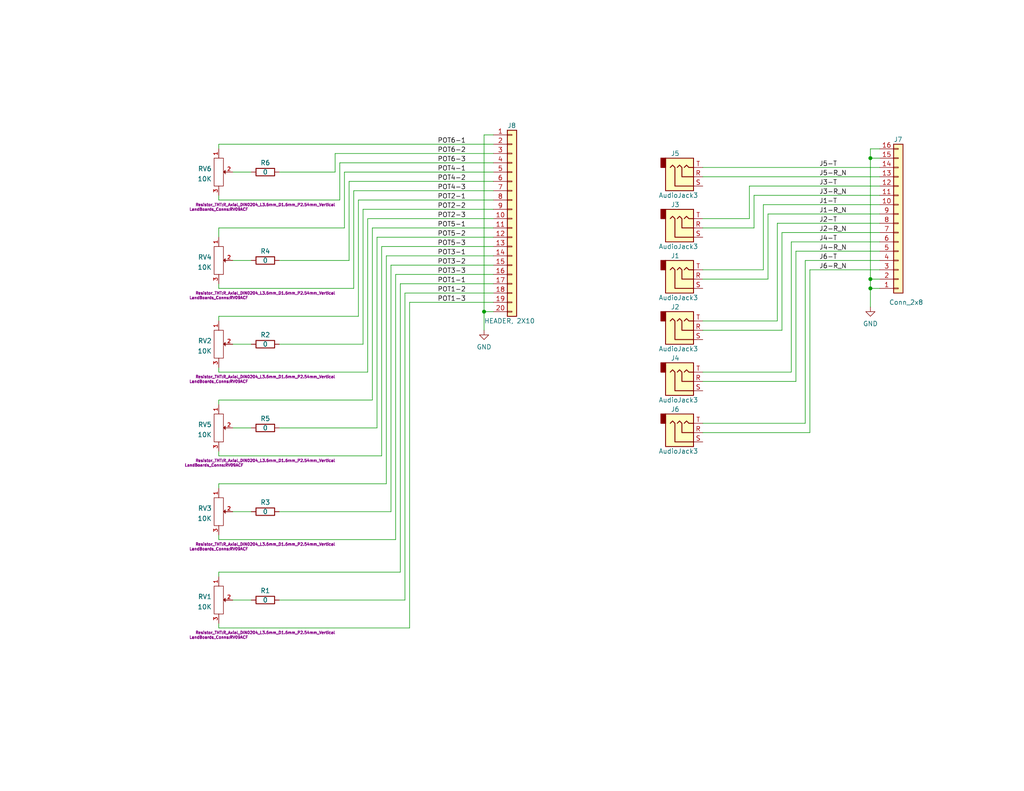
<source format=kicad_sch>
(kicad_sch (version 20211123) (generator eeschema)
  (paper "A")
  (title_block (title "6 POTS, 6 JACKS") (date "2022-10-28") (rev "1") (comment 1 "GENERIC EURORACK PANEL") (comment 2 "https://note.com/solder_state/n/nffc1a33053be"))
  (lib_symbols
    (symbol "Connector:AudioJack3"
      (property "Reference" "J" (at 0 8.89 0))
      (property "Value" "AudioJack3" (at 0 6.35 0))
      (symbol "AudioJack3_0_1"
        (rectangle (start -5.08 -5.08) (end -6.35 -2.54) (stroke (width 0.254)) (fill (type outline)))
        (polyline (pts (xy 0 -2.54) (xy 0.635 -3.175) (xy 1.27 -2.54) (xy 2.54 -2.54)) (stroke (width 0.254)))
        (polyline (pts (xy -1.905 -2.54) (xy -1.27 -3.175) (xy -0.635 -2.54) (xy -0.635 0) (xy 2.54 0)) (stroke (width 0.254)))
        (polyline (pts (xy 2.54 2.54) (xy -2.54 2.54) (xy -2.54 -2.54) (xy -3.175 -3.175) (xy -3.81 -2.54)) (stroke (width 0.254)))
        (rectangle (start 2.54 3.81) (end -5.08 -5.08) (stroke (width 0.254)) (fill (type background)))
      )
      (symbol "AudioJack3_1_1"
        (pin passive line (at 5.08 0 180) (length 2.54) (name "~") (number "R"))
        (pin passive line (at 5.08 2.54 180) (length 2.54) (name "~") (number "S"))
        (pin passive line (at 5.08 -2.54 180) (length 2.54) (name "~") (number "T"))
      )
    )
    (symbol "Connector_Generic:Conn_01x16" (pin_names (offset 1.016) hide)
      (property "Reference" "J" (at 0 20.32 0))
      (property "Value" "Conn_01x16" (at 0 -22.86 0))
      (symbol "Conn_01x16_1_1"
        (rectangle (start -1.27 -20.193) (end 0 -20.447) (stroke (width 0.1524)))
        (rectangle (start -1.27 -17.653) (end 0 -17.907) (stroke (width 0.1524)))
        (rectangle (start -1.27 -15.113) (end 0 -15.367) (stroke (width 0.1524)))
        (rectangle (start -1.27 -12.573) (end 0 -12.827) (stroke (width 0.1524)))
        (rectangle (start -1.27 -10.033) (end 0 -10.287) (stroke (width 0.1524)))
        (rectangle (start -1.27 -7.493) (end 0 -7.747) (stroke (width 0.1524)))
        (rectangle (start -1.27 -4.953) (end 0 -5.207) (stroke (width 0.1524)))
        (rectangle (start -1.27 -2.413) (end 0 -2.667) (stroke (width 0.1524)))
        (rectangle (start -1.27 0.127) (end 0 -0.127) (stroke (width 0.1524)))
        (rectangle (start -1.27 2.667) (end 0 2.413) (stroke (width 0.1524)))
        (rectangle (start -1.27 5.207) (end 0 4.953) (stroke (width 0.1524)))
        (rectangle (start -1.27 7.747) (end 0 7.493) (stroke (width 0.1524)))
        (rectangle (start -1.27 10.287) (end 0 10.033) (stroke (width 0.1524)))
        (rectangle (start -1.27 12.827) (end 0 12.573) (stroke (width 0.1524)))
        (rectangle (start -1.27 15.367) (end 0 15.113) (stroke (width 0.1524)))
        (rectangle (start -1.27 17.907) (end 0 17.653) (stroke (width 0.1524)))
        (rectangle (start -1.27 19.05) (end 1.27 -21.59) (stroke (width 0.254)) (fill (type background)))
        (pin passive line (at -5.08 17.78 0) (length 3.81) (name "Pin_1") (number "1"))
        (pin passive line (at -5.08 -5.08 0) (length 3.81) (name "Pin_10") (number "10"))
        (pin passive line (at -5.08 -7.62 0) (length 3.81) (name "Pin_11") (number "11"))
        (pin passive line (at -5.08 -10.16 0) (length 3.81) (name "Pin_12") (number "12"))
        (pin passive line (at -5.08 -12.7 0) (length 3.81) (name "Pin_13") (number "13"))
        (pin passive line (at -5.08 -15.24 0) (length 3.81) (name "Pin_14") (number "14"))
        (pin passive line (at -5.08 -17.78 0) (length 3.81) (name "Pin_15") (number "15"))
        (pin passive line (at -5.08 -20.32 0) (length 3.81) (name "Pin_16") (number "16"))
        (pin passive line (at -5.08 15.24 0) (length 3.81) (name "Pin_2") (number "2"))
        (pin passive line (at -5.08 12.7 0) (length 3.81) (name "Pin_3") (number "3"))
        (pin passive line (at -5.08 10.16 0) (length 3.81) (name "Pin_4") (number "4"))
        (pin passive line (at -5.08 7.62 0) (length 3.81) (name "Pin_5") (number "5"))
        (pin passive line (at -5.08 5.08 0) (length 3.81) (name "Pin_6") (number "6"))
        (pin passive line (at -5.08 2.54 0) (length 3.81) (name "Pin_7") (number "7"))
        (pin passive line (at -5.08 0 0) (length 3.81) (name "Pin_8") (number "8"))
        (pin passive line (at -5.08 -2.54 0) (length 3.81) (name "Pin_9") (number "9"))
      )
    )
    (symbol "Connector_Generic:Conn_01x20" (pin_names (offset 1.016) hide)
      (property "Reference" "J" (at 0 25.4 0))
      (property "Value" "Conn_01x20" (at 0 -27.94 0))
      (symbol "Conn_01x20_1_1"
        (rectangle (start -1.27 -25.273) (end 0 -25.527) (stroke (width 0.1524)))
        (rectangle (start -1.27 -22.733) (end 0 -22.987) (stroke (width 0.1524)))
        (rectangle (start -1.27 -20.193) (end 0 -20.447) (stroke (width 0.1524)))
        (rectangle (start -1.27 -17.653) (end 0 -17.907) (stroke (width 0.1524)))
        (rectangle (start -1.27 -15.113) (end 0 -15.367) (stroke (width 0.1524)))
        (rectangle (start -1.27 -12.573) (end 0 -12.827) (stroke (width 0.1524)))
        (rectangle (start -1.27 -10.033) (end 0 -10.287) (stroke (width 0.1524)))
        (rectangle (start -1.27 -7.493) (end 0 -7.747) (stroke (width 0.1524)))
        (rectangle (start -1.27 -4.953) (end 0 -5.207) (stroke (width 0.1524)))
        (rectangle (start -1.27 -2.413) (end 0 -2.667) (stroke (width 0.1524)))
        (rectangle (start -1.27 0.127) (end 0 -0.127) (stroke (width 0.1524)))
        (rectangle (start -1.27 2.667) (end 0 2.413) (stroke (width 0.1524)))
        (rectangle (start -1.27 5.207) (end 0 4.953) (stroke (width 0.1524)))
        (rectangle (start -1.27 7.747) (end 0 7.493) (stroke (width 0.1524)))
        (rectangle (start -1.27 10.287) (end 0 10.033) (stroke (width 0.1524)))
        (rectangle (start -1.27 12.827) (end 0 12.573) (stroke (width 0.1524)))
        (rectangle (start -1.27 15.367) (end 0 15.113) (stroke (width 0.1524)))
        (rectangle (start -1.27 17.907) (end 0 17.653) (stroke (width 0.1524)))
        (rectangle (start -1.27 20.447) (end 0 20.193) (stroke (width 0.1524)))
        (rectangle (start -1.27 22.987) (end 0 22.733) (stroke (width 0.1524)))
        (rectangle (start -1.27 24.13) (end 1.27 -26.67) (stroke (width 0.254)) (fill (type background)))
        (pin passive line (at -5.08 22.86 0) (length 3.81) (name "Pin_1") (number "1"))
        (pin passive line (at -5.08 0 0) (length 3.81) (name "Pin_10") (number "10"))
        (pin passive line (at -5.08 -2.54 0) (length 3.81) (name "Pin_11") (number "11"))
        (pin passive line (at -5.08 -5.08 0) (length 3.81) (name "Pin_12") (number "12"))
        (pin passive line (at -5.08 -7.62 0) (length 3.81) (name "Pin_13") (number "13"))
        (pin passive line (at -5.08 -10.16 0) (length 3.81) (name "Pin_14") (number "14"))
        (pin passive line (at -5.08 -12.7 0) (length 3.81) (name "Pin_15") (number "15"))
        (pin passive line (at -5.08 -15.24 0) (length 3.81) (name "Pin_16") (number "16"))
        (pin passive line (at -5.08 -17.78 0) (length 3.81) (name "Pin_17") (number "17"))
        (pin passive line (at -5.08 -20.32 0) (length 3.81) (name "Pin_18") (number "18"))
        (pin passive line (at -5.08 -22.86 0) (length 3.81) (name "Pin_19") (number "19"))
        (pin passive line (at -5.08 20.32 0) (length 3.81) (name "Pin_2") (number "2"))
        (pin passive line (at -5.08 -25.4 0) (length 3.81) (name "Pin_20") (number "20"))
        (pin passive line (at -5.08 17.78 0) (length 3.81) (name "Pin_3") (number "3"))
        (pin passive line (at -5.08 15.24 0) (length 3.81) (name "Pin_4") (number "4"))
        (pin passive line (at -5.08 12.7 0) (length 3.81) (name "Pin_5") (number "5"))
        (pin passive line (at -5.08 10.16 0) (length 3.81) (name "Pin_6") (number "6"))
        (pin passive line (at -5.08 7.62 0) (length 3.81) (name "Pin_7") (number "7"))
        (pin passive line (at -5.08 5.08 0) (length 3.81) (name "Pin_8") (number "8"))
        (pin passive line (at -5.08 2.54 0) (length 3.81) (name "Pin_9") (number "9"))
      )
    )
    (symbol "Device:R" (pin_numbers hide) (pin_names (offset 0))
      (property "Reference" "R" (at 2.032 0 90))
      (property "Value" "R" (at 0 0 90))
      (symbol "R_0_1"
        (rectangle (start -1.016 -2.54) (end 1.016 2.54) (stroke (width 0.254)))
      )
      (symbol "R_1_1"
        (pin passive line (at 0 3.81 270) (length 1.27) (name "~") (number "1"))
        (pin passive line (at 0 -3.81 90) (length 1.27) (name "~") (number "2"))
      )
    )
    (symbol "LandBoards:POT" (pin_names (offset 1.016) hide)
      (property "Reference" "RV" (at 0 -2.54 0))
      (property "Value" "POT" (at 0 0 0))
      (symbol "POT_0_1"
        (rectangle (start -3.81 1.27) (end 3.81 -1.27))
        (polyline (pts (xy 0 1.27) (xy -0.508 1.778) (xy 0.508 1.778)) (fill (type outline)))
      )
      (symbol "POT_1_1"
        (pin passive line (at -6.35 0 0) (length 2.54) (name "1") (number "1"))
        (pin passive line (at 0 3.81 270) (length 2.032) (name "2") (number "2"))
        (pin passive line (at 6.35 0 180) (length 2.54) (name "3") (number "3"))
      )
    )
    (symbol "power:GND" (power) (pin_names (offset 0))
      (property "Value" "GND" (at 0 -3.81 0))
      (symbol "GND_0_1"
        (polyline (pts (xy 0 0) (xy 0 -1.27) (xy 1.27 -1.27) (xy 0 -2.54) (xy -1.27 -1.27) (xy 0 -1.27)))
      )
      (symbol "GND_1_1"
        (pin power_in line (at 0 0 270) (length 0) hide (name "GND") (number "1"))
      )
    )
  )
  (junction (at 237.49 43.18))
  (junction (at 237.49 76.2))
  (junction (at 132.08 85.09))
  (junction (at 237.49 78.74))
  (wire (pts (xy 220.98 118.11) (xy 220.98 73.66)))
  (wire (pts (xy 107.95 147.32) (xy 107.95 74.93)))
  (wire (pts (xy 134.62 69.85) (xy 105.41 69.85)))
  (wire (pts (xy 96.52 78.74) (xy 96.52 52.07)))
  (wire (pts (xy 59.69 100.33) (xy 59.69 101.6)))
  (wire (pts (xy 134.62 62.23) (xy 101.6 62.23)))
  (wire (pts (xy 102.87 116.84) (xy 76.2 116.84)))
  (wire (pts (xy 134.62 72.39) (xy 106.68 72.39)))
  (wire (pts (xy 59.69 77.47) (xy 59.69 78.74)))
  (wire (pts (xy 191.77 73.66) (xy 208.28 73.66)))
  (wire (pts (xy 204.47 59.69) (xy 204.47 50.8)))
  (wire (pts (xy 110.49 80.01) (xy 110.49 163.83)))
  (wire (pts (xy 104.14 67.31) (xy 104.14 124.46)))
  (wire (pts (xy 240.03 40.64) (xy 237.49 40.64)))
  (wire (pts (xy 212.09 60.96) (xy 240.03 60.96)))
  (wire (pts (xy 68.58 163.83) (xy 63.5 163.83)))
  (wire (pts (xy 191.77 115.57) (xy 219.71 115.57)))
  (wire (pts (xy 111.76 82.55) (xy 111.76 171.45)))
  (wire (pts (xy 59.69 133.35) (xy 59.69 132.08)))
  (wire (pts (xy 237.49 76.2) (xy 240.03 76.2)))
  (wire (pts (xy 191.77 118.11) (xy 220.98 118.11)))
  (wire (pts (xy 59.69 54.61) (xy 92.71 54.61)))
  (wire (pts (xy 106.68 72.39) (xy 106.68 139.7)))
  (wire (pts (xy 59.69 156.21) (xy 109.22 156.21)))
  (wire (pts (xy 107.95 74.93) (xy 134.62 74.93)))
  (wire (pts (xy 59.69 147.32) (xy 107.95 147.32)))
  (wire (pts (xy 59.69 171.45) (xy 111.76 171.45)))
  (wire (pts (xy 59.69 170.18) (xy 59.69 171.45)))
  (wire (pts (xy 59.69 39.37) (xy 59.69 40.64)))
  (wire (pts (xy 102.87 64.77) (xy 102.87 116.84)))
  (wire (pts (xy 76.2 163.83) (xy 110.49 163.83)))
  (wire (pts (xy 191.77 90.17) (xy 213.36 90.17)))
  (wire (pts (xy 237.49 78.74) (xy 240.03 78.74)))
  (wire (pts (xy 59.69 64.77) (xy 59.69 62.23)))
  (wire (pts (xy 59.69 78.74) (xy 96.52 78.74)))
  (wire (pts (xy 68.58 93.98) (xy 63.5 93.98)))
  (wire (pts (xy 204.47 50.8) (xy 240.03 50.8)))
  (wire (pts (xy 191.77 62.23) (xy 205.74 62.23)))
  (wire (pts (xy 220.98 73.66) (xy 240.03 73.66)))
  (wire (pts (xy 237.49 43.18) (xy 237.49 76.2)))
  (wire (pts (xy 237.49 40.64) (xy 237.49 43.18)))
  (wire (pts (xy 59.69 86.36) (xy 97.79 86.36)))
  (wire (pts (xy 219.71 71.12) (xy 240.03 71.12)))
  (wire (pts (xy 96.52 52.07) (xy 134.62 52.07)))
  (wire (pts (xy 132.08 36.83) (xy 132.08 85.09)))
  (wire (pts (xy 76.2 93.98) (xy 99.06 93.98)))
  (wire (pts (xy 101.6 62.23) (xy 101.6 109.22)))
  (wire (pts (xy 68.58 139.7) (xy 63.5 139.7)))
  (wire (pts (xy 93.98 62.23) (xy 93.98 46.99)))
  (wire (pts (xy 205.74 62.23) (xy 205.74 53.34)))
  (wire (pts (xy 99.06 57.15) (xy 99.06 93.98)))
  (wire (pts (xy 212.09 87.63) (xy 212.09 60.96)))
  (wire (pts (xy 213.36 63.5) (xy 240.03 63.5)))
  (wire (pts (xy 237.49 78.74) (xy 237.49 83.82)))
  (wire (pts (xy 106.68 139.7) (xy 76.2 139.7)))
  (wire (pts (xy 97.79 86.36) (xy 97.79 54.61)))
  (wire (pts (xy 101.6 109.22) (xy 59.69 109.22)))
  (wire (pts (xy 191.77 76.2) (xy 209.55 76.2)))
  (wire (pts (xy 134.62 41.91) (xy 91.44 41.91)))
  (wire (pts (xy 237.49 76.2) (xy 237.49 78.74)))
  (wire (pts (xy 95.25 71.12) (xy 95.25 49.53)))
  (wire (pts (xy 134.62 57.15) (xy 99.06 57.15)))
  (wire (pts (xy 109.22 77.47) (xy 109.22 156.21)))
  (wire (pts (xy 59.69 123.19) (xy 59.69 124.46)))
  (wire (pts (xy 191.77 104.14) (xy 217.17 104.14)))
  (wire (pts (xy 59.69 157.48) (xy 59.69 156.21)))
  (wire (pts (xy 93.98 46.99) (xy 134.62 46.99)))
  (wire (pts (xy 100.33 59.69) (xy 100.33 101.6)))
  (wire (pts (xy 191.77 101.6) (xy 215.9 101.6)))
  (wire (pts (xy 132.08 85.09) (xy 132.08 90.17)))
  (wire (pts (xy 100.33 101.6) (xy 59.69 101.6)))
  (wire (pts (xy 208.28 55.88) (xy 240.03 55.88)))
  (wire (pts (xy 59.69 87.63) (xy 59.69 86.36)))
  (wire (pts (xy 59.69 132.08) (xy 105.41 132.08)))
  (wire (pts (xy 191.77 48.26) (xy 240.03 48.26)))
  (wire (pts (xy 217.17 104.14) (xy 217.17 68.58)))
  (wire (pts (xy 76.2 71.12) (xy 95.25 71.12)))
  (wire (pts (xy 59.69 53.34) (xy 59.69 54.61)))
  (wire (pts (xy 191.77 87.63) (xy 212.09 87.63)))
  (wire (pts (xy 209.55 58.42) (xy 240.03 58.42)))
  (wire (pts (xy 97.79 54.61) (xy 134.62 54.61)))
  (wire (pts (xy 105.41 69.85) (xy 105.41 132.08)))
  (wire (pts (xy 95.25 49.53) (xy 134.62 49.53)))
  (wire (pts (xy 134.62 36.83) (xy 132.08 36.83)))
  (wire (pts (xy 215.9 101.6) (xy 215.9 66.04)))
  (wire (pts (xy 104.14 124.46) (xy 59.69 124.46)))
  (wire (pts (xy 134.62 77.47) (xy 109.22 77.47)))
  (wire (pts (xy 217.17 68.58) (xy 240.03 68.58)))
  (wire (pts (xy 134.62 82.55) (xy 111.76 82.55)))
  (wire (pts (xy 134.62 80.01) (xy 110.49 80.01)))
  (wire (pts (xy 92.71 54.61) (xy 92.71 44.45)))
  (wire (pts (xy 213.36 90.17) (xy 213.36 63.5)))
  (wire (pts (xy 59.69 110.49) (xy 59.69 109.22)))
  (wire (pts (xy 92.71 44.45) (xy 134.62 44.45)))
  (wire (pts (xy 215.9 66.04) (xy 240.03 66.04)))
  (wire (pts (xy 134.62 59.69) (xy 100.33 59.69)))
  (wire (pts (xy 134.62 67.31) (xy 104.14 67.31)))
  (wire (pts (xy 59.69 62.23) (xy 93.98 62.23)))
  (wire (pts (xy 76.2 46.99) (xy 91.44 46.99)))
  (wire (pts (xy 59.69 39.37) (xy 134.62 39.37)))
  (wire (pts (xy 132.08 85.09) (xy 134.62 85.09)))
  (wire (pts (xy 63.5 71.12) (xy 68.58 71.12)))
  (wire (pts (xy 134.62 64.77) (xy 102.87 64.77)))
  (wire (pts (xy 208.28 73.66) (xy 208.28 55.88)))
  (wire (pts (xy 237.49 43.18) (xy 240.03 43.18)))
  (wire (pts (xy 191.77 45.72) (xy 240.03 45.72)))
  (wire (pts (xy 191.77 59.69) (xy 204.47 59.69)))
  (wire (pts (xy 209.55 76.2) (xy 209.55 58.42)))
  (wire (pts (xy 91.44 41.91) (xy 91.44 46.99)))
  (wire (pts (xy 205.74 53.34) (xy 240.03 53.34)))
  (wire (pts (xy 59.69 146.05) (xy 59.69 147.32)))
  (wire (pts (xy 63.5 46.99) (xy 68.58 46.99)))
  (wire (pts (xy 68.58 116.84) (xy 63.5 116.84)))
  (wire (pts (xy 219.71 115.57) (xy 219.71 71.12)))
  (label "J6-T" (at 223.52 71.12 0))
  (label "J3-T" (at 223.52 50.8 0))
  (label "POT4-2" (at 119.38 49.53 0))
  (label "POT2-2" (at 119.38 57.15 0))
  (label "POT3-3" (at 119.38 74.93 0))
  (label "J1-T" (at 223.52 55.88 0))
  (label "J2-T" (at 223.52 60.96 0))
  (label "POT4-3" (at 119.38 52.07 0))
  (label "POT6-2" (at 119.38 41.91 0))
  (label "J3-R_N" (at 223.52 53.34 0))
  (label "J4-T" (at 223.52 66.04 0))
  (label "POT5-1" (at 119.38 62.23 0))
  (label "POT4-1" (at 119.38 46.99 0))
  (label "POT1-1" (at 119.38 77.47 0))
  (label "POT3-2" (at 119.38 72.39 0))
  (label "POT6-1" (at 119.38 39.37 0))
  (label "POT5-3" (at 119.38 67.31 0))
  (label "J5-T" (at 223.52 45.72 0))
  (label "POT2-1" (at 119.38 54.61 0))
  (label "POT5-2" (at 119.38 64.77 0))
  (label "POT6-3" (at 119.38 44.45 0))
  (label "J5-R_N" (at 223.52 48.26 0))
  (label "POT3-1" (at 119.38 69.85 0))
  (label "POT2-3" (at 119.38 59.69 0))
  (label "J2-R_N" (at 223.52 63.5 0))
  (label "POT1-2" (at 119.38 80.01 0))
  (label "J4-R_N" (at 223.52 68.58 0))
  (label "POT1-3" (at 119.38 82.55 0))
  (label "J1-R_N" (at 223.52 58.42 0))
  (label "J6-R_N" (at 223.52 73.66 0))
  (symbol (lib_id "power:GND") (at 237.49 83.82 0) (unit 1)
    (property "Reference" "#PWR0102" (effects hide))
    (property "Value" "GND" (at 237.49 88.3825 0))
  )
  (symbol (lib_id "Device:R") (at 72.39 139.7 90) (unit 1)
    (property "Reference" "R3" (at 72.39 137.16 90))
    (property "Value" "0" (at 72.39 139.7 90))
    (property "Footprint" "Resistor_THT:R_Axial_DIN0204_L3.6mm_D1.6mm_P2.54mm_Vertical" (at 72.39 148.59 90) (effects (font (size 0.762 0.762))))
    (property "Datasheet" "https://www.mouser.com/ProductDetail/Xicon/299-2.2K-RC?qs=QaPBMFBEHz3RDbXknTj%252ByA%3D%3D" (effects hide))
  )
  (symbol (lib_id "Connector:AudioJack3") (at 186.69 48.26 0) (mirror x) (unit 1)
    (property "Reference" "J5" (at 185.42 41.91 0) (effects (justify right)))
    (property "Value" "AudioJack3" (at 190.5 53.34 0) (effects (justify right)))
    (property "Footprint" "AudioJacks:Jack_3.5mm_QingPu_WQP-PJ366ST_Vertical" (effects hide))
  )
  (symbol (lib_id "Device:R") (at 72.39 46.99 90) (unit 1)
    (property "Reference" "R6" (at 72.39 44.45 90))
    (property "Value" "0" (at 72.39 46.99 90))
    (property "Footprint" "Resistor_THT:R_Axial_DIN0204_L3.6mm_D1.6mm_P2.54mm_Vertical" (at 72.39 55.88 90) (effects (font (size 0.762 0.762))))
    (property "Datasheet" "https://www.mouser.com/ProductDetail/Xicon/299-2.2K-RC?qs=QaPBMFBEHz3RDbXknTj%252ByA%3D%3D" (effects hide))
  )
  (symbol (lib_id "Device:R") (at 72.39 93.98 90) (unit 1)
    (property "Reference" "R2" (at 72.39 91.44 90))
    (property "Value" "0" (at 72.39 93.98 90))
    (property "Footprint" "Resistor_THT:R_Axial_DIN0204_L3.6mm_D1.6mm_P2.54mm_Vertical" (at 72.39 102.87 90) (effects (font (size 0.762 0.762))))
    (property "Datasheet" "https://www.mouser.com/ProductDetail/Xicon/299-2.2K-RC?qs=QaPBMFBEHz3RDbXknTj%252ByA%3D%3D" (effects hide))
  )
  (symbol (lib_id "LandBoards:POT") (at 59.69 116.84 270) (unit 1)
    (property "Reference" "RV5" (at 57.7851 115.9315 90) (effects (justify right)))
    (property "Value" "10K" (at 57.7851 118.7066 90) (effects (justify right)))
    (property "Footprint" "LandBoards_Conns:RV09ACF" (at 58.42 127 90) (effects (font (size 0.762 0.762))))
  )
  (symbol (lib_id "LandBoards:POT") (at 59.69 163.83 270) (unit 1)
    (property "Reference" "RV1" (at 57.7851 162.9215 90) (effects (justify right)))
    (property "Value" "10K" (at 57.7851 165.6966 90) (effects (justify right)))
    (property "Footprint" "LandBoards_Conns:RV09ACF" (at 59.69 173.99 90) (effects (font (size 0.762 0.762))))
  )
  (symbol (lib_id "LandBoards:POT") (at 59.69 71.12 270) (unit 1)
    (property "Reference" "RV4" (at 57.7851 70.2115 90) (effects (justify right)))
    (property "Value" "10K" (at 57.7851 72.9866 90) (effects (justify right)))
    (property "Footprint" "LandBoards_Conns:RV09ACF" (at 59.69 81.28 90) (effects (font (size 0.762 0.762))))
  )
  (symbol (lib_id "Device:R") (at 72.39 116.84 90) (unit 1)
    (property "Reference" "R5" (at 72.39 114.3 90))
    (property "Value" "0" (at 72.39 116.84 90))
    (property "Footprint" "Resistor_THT:R_Axial_DIN0204_L3.6mm_D1.6mm_P2.54mm_Vertical" (at 72.39 125.73 90) (effects (font (size 0.762 0.762))))
    (property "Datasheet" "https://www.mouser.com/ProductDetail/Xicon/299-2.2K-RC?qs=QaPBMFBEHz3RDbXknTj%252ByA%3D%3D" (effects hide))
  )
  (symbol (lib_id "Connector_Generic:Conn_01x20") (at 139.7 59.69 0) (unit 1) (in_bom no) (on_board no)
    (property "Reference" "J8" (at 138.43 34.29 0) (effects (justify left)))
    (property "Value" "HEADER, 2X10" (at 132.08 87.63 0) (effects (justify left)))
    (property "Footprint" "Connector_PinHeader_2.54mm:PinHeader_2x10_P2.54mm_Vertical" (effects hide))
  )
  (symbol (lib_id "Device:R") (at 72.39 163.83 90) (unit 1)
    (property "Reference" "R1" (at 72.39 161.29 90))
    (property "Value" "0" (at 72.39 163.83 90))
    (property "Footprint" "Resistor_THT:R_Axial_DIN0204_L3.6mm_D1.6mm_P2.54mm_Vertical" (at 72.39 172.72 90) (effects (font (size 0.762 0.762))))
    (property "Datasheet" "https://www.mouser.com/ProductDetail/Xicon/299-2.2K-RC?qs=QaPBMFBEHz3RDbXknTj%252ByA%3D%3D" (effects hide))
  )
  (symbol (lib_id "LandBoards:POT") (at 59.69 139.7 270) (unit 1)
    (property "Reference" "RV3" (at 57.7851 138.7915 90) (effects (justify right)))
    (property "Value" "10K" (at 57.7851 141.5666 90) (effects (justify right)))
    (property "Footprint" "LandBoards_Conns:RV09ACF" (at 59.69 149.86 90) (effects (font (size 0.762 0.762))))
  )
  (symbol (lib_id "LandBoards:POT") (at 59.69 93.98 270) (unit 1)
    (property "Reference" "RV2" (at 57.7851 93.0715 90) (effects (justify right)))
    (property "Value" "10K" (at 57.7851 95.8466 90) (effects (justify right)))
    (property "Footprint" "LandBoards_Conns:RV09ACF" (at 59.69 104.14 90) (effects (font (size 0.762 0.762))))
  )
  (symbol (lib_id "Connector:AudioJack3") (at 186.69 76.2 0) (mirror x) (unit 1)
    (property "Reference" "J1" (at 185.42 69.85 0) (effects (justify right)))
    (property "Value" "AudioJack3" (at 190.5 81.28 0) (effects (justify right)))
    (property "Footprint" "AudioJacks:Jack_3.5mm_QingPu_WQP-PJ366ST_Vertical" (effects hide))
  )
  (symbol (lib_id "Device:R") (at 72.39 71.12 90) (unit 1)
    (property "Reference" "R4" (at 72.39 68.58 90))
    (property "Value" "0" (at 72.39 71.12 90))
    (property "Footprint" "Resistor_THT:R_Axial_DIN0204_L3.6mm_D1.6mm_P2.54mm_Vertical" (at 72.39 80.01 90) (effects (font (size 0.762 0.762))))
    (property "Datasheet" "https://www.mouser.com/ProductDetail/Xicon/299-2.2K-RC?qs=QaPBMFBEHz3RDbXknTj%252ByA%3D%3D" (effects hide))
  )
  (symbol (lib_id "LandBoards:POT") (at 59.69 46.99 270) (unit 1)
    (property "Reference" "RV6" (at 57.7851 46.0815 90) (effects (justify right)))
    (property "Value" "10K" (at 57.7851 48.8566 90) (effects (justify right)))
    (property "Footprint" "LandBoards_Conns:RV09ACF" (at 59.69 57.15 90) (effects (font (size 0.762 0.762))))
  )
  (symbol (lib_id "power:GND") (at 132.08 90.17 0) (unit 1)
    (property "Reference" "#PWR0101" (effects hide))
    (property "Value" "GND" (at 132.08 94.7325 0))
  )
  (symbol (lib_id "Connector_Generic:Conn_01x16") (at 245.11 60.96 0) (mirror x) (unit 1) (in_bom no) (on_board no)
    (property "Reference" "J7" (at 243.84 38.1 0) (effects (justify left)))
    (property "Value" "Conn_2x8" (at 242.57 82.55 0) (effects (justify left)))
    (property "Footprint" "Connector_PinHeader_2.54mm:PinHeader_2x08_P2.54mm_Vertical" (effects hide))
  )
  (symbol (lib_id "Connector:AudioJack3") (at 186.69 90.17 0) (mirror x) (unit 1)
    (property "Reference" "J2" (at 185.42 83.82 0) (effects (justify right)))
    (property "Value" "AudioJack3" (at 190.5 95.25 0) (effects (justify right)))
    (property "Footprint" "AudioJacks:Jack_3.5mm_QingPu_WQP-PJ366ST_Vertical" (effects hide))
  )
  (symbol (lib_id "Connector:AudioJack3") (at 186.69 62.23 0) (mirror x) (unit 1)
    (property "Reference" "J3" (at 185.42 55.88 0) (effects (justify right)))
    (property "Value" "AudioJack3" (at 190.5 67.31 0) (effects (justify right)))
    (property "Footprint" "AudioJacks:Jack_3.5mm_QingPu_WQP-PJ366ST_Vertical" (effects hide))
  )
  (symbol (lib_id "Connector:AudioJack3") (at 186.69 104.14 0) (mirror x) (unit 1)
    (property "Reference" "J4" (at 185.42 97.79 0) (effects (justify right)))
    (property "Value" "AudioJack3" (at 190.5 109.22 0) (effects (justify right)))
    (property "Footprint" "AudioJacks:Jack_3.5mm_QingPu_WQP-PJ366ST_Vertical" (effects hide))
  )
  (symbol (lib_id "Connector:AudioJack3") (at 186.69 118.11 0) (mirror x) (unit 1)
    (property "Reference" "J6" (at 185.42 111.76 0) (effects (justify right)))
    (property "Value" "AudioJack3" (at 190.5 123.19 0) (effects (justify right)))
    (property "Footprint" "AudioJacks:Jack_3.5mm_QingPu_WQP-PJ366ST_Vertical" (effects hide))
  )
)
</source>
